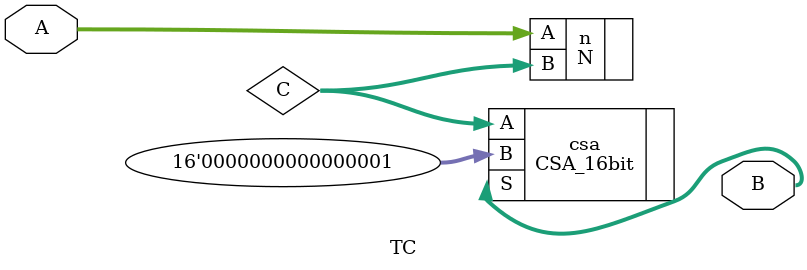
<source format=v>
module TC (input [15:0] A, 
            output [15:0] B);
    parameter N = 16;
    wire [15:0] C;

    N #(.N(N)) n(.A(A), .B(C));
    CSA_16bit csa(.A(C), .B(16'h0001), .S(B));
endmodule
</source>
